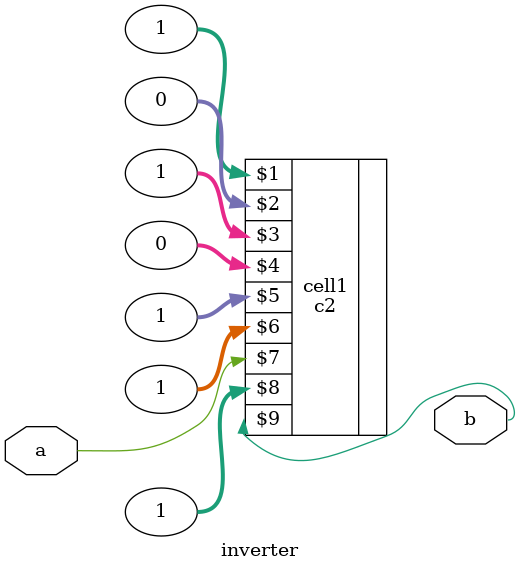
<source format=v>
module inverter(input a , output b);
  c2 cell1 (1,0,1,0,1,1,a,1,b);

endmodule
</source>
